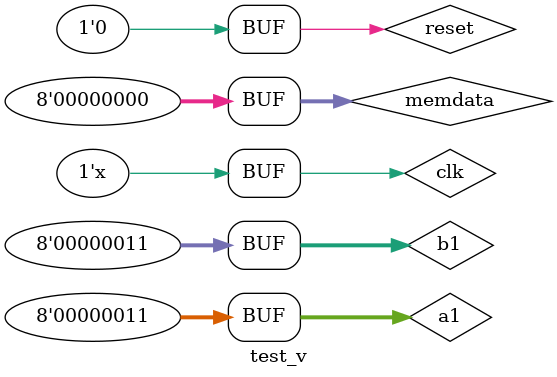
<source format=v>
`timescale 1ns / 1ps


module test_v;

	// Inputs
	reg clk;
	reg reset;
	reg [7:0] a1;
	reg [7:0] b1;
	reg [7:0] memdata;

	// Outputs
	wire alusrca;
	wire memtoreg;
	wire regdst;
	wire iord;
	wire pcen;
	wire regwrite;
	wire [1:0] pcsrc;
	wire [1:0] alusrcb;
	wire [3:0] irwrite;
	wire [2:0] alucontrol;
	wire [7:0] Reg1Adr;
	wire [7:0] Reg2Adr;
	wire branch;
	wire [7:0] src1;
	wire [7:0] src2;
	wire [7:0] alucheck;
	wire [7:0] pcvalue;
	wire [7:0] nextpcvalue;
	wire [7:0] read1;
	wire [7:0] read2;
	wire [7:0] RgDst;
	wire [31:0] instr;
	wire zero;
	wire memread;
	wire memwrite;
	wire [7:0] adr;
	wire [7:0] writedata;

	// Instantiate the Unit Under Test (UUT)
	mips uut (
		.clk(clk), 
		.reset(reset), 
		.a1(a1), 
		.b1(b1), 
		.memdata(memdata), 
		.alusrca(alusrca), 
		.memtoreg(memtoreg), 
		.regdst(regdst), 
		.iord(iord), 
		.pcen(pcen), 
		.regwrite(regwrite), 
		.pcsrc(pcsrc), 
		.alusrcb(alusrcb), 
		.irwrite(irwrite), 
		.alucontrol(alucontrol), 
		.Reg1Adr(Reg1Adr), 
		.Reg2Adr(Reg2Adr), 
		.branch(branch), 
		.src1(src1), 
		.src2(src2), 
		.alucheck(alucheck), 
		.pcvalue(pcvalue), 
		.nextpcvalue(nextpcvalue), 
		.read1(read1), 
		.read2(read2), 
		.RgDst(RgDst), 
		.instr(instr), 
		.zero(zero), 
		.memread(memread), 
		.memwrite(memwrite), 
		.adr(adr), 
		.writedata(writedata)
	);

	always begin
#5
clk=~clk;
end

//beq r3,r2,8     hex code = 10 62 00 08
//jmp 8 hexcode = 08 00 00 08
//or r1 , r2 , r3  hexcode = 00 43 08 25
//and r2 , r3 , r4 hexcode = 00 64 10 24
//add r1 ,r2 ,r3 hexcode = 00 43 08 20
	
	initial begin    

		clk = 0;
		reset = 1;
		a1 = 8'h03;
		b1 = 8'h03;
		memdata = 8'h20;

		#10;

		reset=0;
		memdata = 8'h20;
		#10;
		
		
		reset=0;
		memdata = 8'h08;
		#10;
		
		reset=0;
		memdata = 8'h43;
		#10;
		reset=0;
		memdata = 8'h00;
		#10;


		
	end
      
endmodule


</source>
